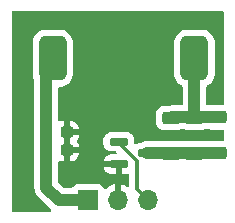
<source format=gbr>
%TF.GenerationSoftware,KiCad,Pcbnew,(6.0.0)*%
%TF.CreationDate,2022-02-02T19:47:16+00:00*%
%TF.ProjectId,LED,4c45442e-6b69-4636-9164-5f7063625858,rev?*%
%TF.SameCoordinates,Original*%
%TF.FileFunction,Copper,L1,Top*%
%TF.FilePolarity,Positive*%
%FSLAX46Y46*%
G04 Gerber Fmt 4.6, Leading zero omitted, Abs format (unit mm)*
G04 Created by KiCad (PCBNEW (6.0.0)) date 2022-02-02 19:47:16*
%MOMM*%
%LPD*%
G01*
G04 APERTURE LIST*
G04 Aperture macros list*
%AMRoundRect*
0 Rectangle with rounded corners*
0 $1 Rounding radius*
0 $2 $3 $4 $5 $6 $7 $8 $9 X,Y pos of 4 corners*
0 Add a 4 corners polygon primitive as box body*
4,1,4,$2,$3,$4,$5,$6,$7,$8,$9,$2,$3,0*
0 Add four circle primitives for the rounded corners*
1,1,$1+$1,$2,$3*
1,1,$1+$1,$4,$5*
1,1,$1+$1,$6,$7*
1,1,$1+$1,$8,$9*
0 Add four rect primitives between the rounded corners*
20,1,$1+$1,$2,$3,$4,$5,0*
20,1,$1+$1,$4,$5,$6,$7,0*
20,1,$1+$1,$6,$7,$8,$9,0*
20,1,$1+$1,$8,$9,$2,$3,0*%
G04 Aperture macros list end*
%TA.AperFunction,SMDPad,CuDef*%
%ADD10RoundRect,0.600000X-0.600000X-1.300000X0.600000X-1.300000X0.600000X1.300000X-0.600000X1.300000X0*%
%TD*%
%TA.AperFunction,SMDPad,CuDef*%
%ADD11RoundRect,0.237500X-0.300000X-0.237500X0.300000X-0.237500X0.300000X0.237500X-0.300000X0.237500X0*%
%TD*%
%TA.AperFunction,SMDPad,CuDef*%
%ADD12RoundRect,0.237500X0.300000X0.237500X-0.300000X0.237500X-0.300000X-0.237500X0.300000X-0.237500X0*%
%TD*%
%TA.AperFunction,SMDPad,CuDef*%
%ADD13RoundRect,0.262500X0.487500X-0.262500X0.487500X0.262500X-0.487500X0.262500X-0.487500X-0.262500X0*%
%TD*%
%TA.AperFunction,ComponentPad*%
%ADD14R,1.700000X1.700000*%
%TD*%
%TA.AperFunction,ComponentPad*%
%ADD15O,1.700000X1.700000*%
%TD*%
%TA.AperFunction,SMDPad,CuDef*%
%ADD16RoundRect,0.150000X-0.650000X0.150000X-0.650000X-0.150000X0.650000X-0.150000X0.650000X0.150000X0*%
%TD*%
%TA.AperFunction,Conductor*%
%ADD17C,0.300000*%
%TD*%
%TA.AperFunction,Conductor*%
%ADD18C,1.000000*%
%TD*%
G04 APERTURE END LIST*
D10*
%TO.P,D1,1,K*%
%TO.N,Net-(U1-Pad1)*%
X149500000Y-74500000D03*
%TO.P,D1,2,A*%
%TO.N,+12V*%
X137500000Y-74500000D03*
%TD*%
D11*
%TO.P,C2,1*%
%TO.N,+12V*%
X136959000Y-80772000D03*
%TO.P,C2,2*%
%TO.N,Earth*%
X138684000Y-80772000D03*
%TD*%
D12*
%TO.P,C1,1*%
%TO.N,Earth*%
X138684000Y-82245200D03*
%TO.P,C1,2*%
%TO.N,+12V*%
X136959000Y-82245200D03*
%TD*%
D13*
%TO.P,U2,2,OUT*%
%TO.N,Net-(U1-Pad2)*%
X149500000Y-82609600D03*
%TO.P,U2,1,IN*%
%TO.N,Net-(U1-Pad1)*%
X149500000Y-79559600D03*
%TD*%
D14*
%TO.P,J1,1,Pin_1*%
%TO.N,+12V*%
X140475000Y-86500000D03*
D15*
%TO.P,J1,2,Pin_2*%
%TO.N,Earth*%
X143015000Y-86500000D03*
%TO.P,J1,3,Pin_3*%
%TO.N,/PWM*%
X145555000Y-86500000D03*
%TD*%
D13*
%TO.P,U3,1,IN*%
%TO.N,Net-(U1-Pad1)*%
X147500000Y-79559600D03*
%TO.P,U3,2,OUT*%
%TO.N,Net-(U1-Pad2)*%
X147500000Y-82609600D03*
%TD*%
D16*
%TO.P,Q1,1,G*%
%TO.N,/PWM*%
X143100000Y-81550000D03*
%TO.P,Q1,2,S*%
%TO.N,Earth*%
X143100000Y-83450000D03*
%TO.P,Q1,3,D*%
%TO.N,Net-(U1-Pad2)*%
X145500000Y-82500000D03*
%TD*%
D13*
%TO.P,U1,1,IN*%
%TO.N,Net-(U1-Pad1)*%
X151500000Y-79500000D03*
%TO.P,U1,2,OUT*%
%TO.N,Net-(U1-Pad2)*%
X151500000Y-82550000D03*
%TD*%
D17*
%TO.N,/PWM*%
X144600000Y-83200000D02*
X143100000Y-81700000D01*
X144600000Y-85545000D02*
X144600000Y-83200000D01*
X145555000Y-86500000D02*
X144600000Y-85545000D01*
X143100000Y-81700000D02*
X143100000Y-81550000D01*
D18*
%TO.N,Net-(U1-Pad1)*%
X149500000Y-75000000D02*
X149500000Y-79559600D01*
X147559600Y-79500000D02*
X147500000Y-79559600D01*
X151500000Y-79500000D02*
X147559600Y-79500000D01*
%TO.N,Net-(U1-Pad2)*%
X151450000Y-82500000D02*
X151500000Y-82550000D01*
X145500000Y-82500000D02*
X151450000Y-82500000D01*
%TO.N,Earth*%
X143100000Y-86415000D02*
X143015000Y-86500000D01*
D17*
%TO.N,/PWM*%
X144997573Y-86500000D02*
X145555000Y-86500000D01*
D18*
%TO.N,+12V*%
X138000000Y-86500000D02*
X136959000Y-85459000D01*
X136959000Y-85459000D02*
X136959000Y-82245200D01*
X140475000Y-86500000D02*
X138000000Y-86500000D01*
X136959000Y-75541000D02*
X137500000Y-75000000D01*
X136959000Y-80772000D02*
X136959000Y-75541000D01*
X136959000Y-82245200D02*
X136959000Y-80772000D01*
%TD*%
%TA.AperFunction,Conductor*%
%TO.N,Earth*%
G36*
X151934121Y-70528002D02*
G01*
X151980614Y-70581658D01*
X151992000Y-70634000D01*
X151992000Y-78340500D01*
X151971998Y-78408621D01*
X151918342Y-78455114D01*
X151866000Y-78466500D01*
X150927884Y-78466500D01*
X150923323Y-78466763D01*
X150918127Y-78467963D01*
X150918124Y-78467963D01*
X150865493Y-78480114D01*
X150834744Y-78487213D01*
X150830161Y-78488271D01*
X150801817Y-78491500D01*
X150634500Y-78491500D01*
X150566379Y-78471498D01*
X150519886Y-78417842D01*
X150508500Y-78365500D01*
X150508500Y-76913983D01*
X150528502Y-76845862D01*
X150584762Y-76798215D01*
X150629242Y-76779105D01*
X150634749Y-76776739D01*
X150639710Y-76773374D01*
X150804839Y-76661363D01*
X150804840Y-76661362D01*
X150809798Y-76657999D01*
X150959236Y-76508300D01*
X151049382Y-76374905D01*
X151074311Y-76338016D01*
X151074314Y-76338011D01*
X151077671Y-76333043D01*
X151160829Y-76138554D01*
X151205709Y-75931848D01*
X151206157Y-75924301D01*
X151208390Y-75886727D01*
X151208390Y-75886714D01*
X151208500Y-75884869D01*
X151208499Y-73115132D01*
X151205477Y-73066223D01*
X151160236Y-72859595D01*
X151076739Y-72665251D01*
X151073374Y-72660290D01*
X150961363Y-72495161D01*
X150961362Y-72495160D01*
X150957999Y-72490202D01*
X150808300Y-72340764D01*
X150803333Y-72337407D01*
X150803330Y-72337405D01*
X150638016Y-72225689D01*
X150638011Y-72225686D01*
X150633043Y-72222329D01*
X150438554Y-72139171D01*
X150231848Y-72094291D01*
X150224301Y-72093843D01*
X150186727Y-72091610D01*
X150186714Y-72091610D01*
X150184869Y-72091500D01*
X149516380Y-72091500D01*
X148815132Y-72091501D01*
X148813195Y-72091621D01*
X148813185Y-72091621D01*
X148782818Y-72093498D01*
X148766223Y-72094523D01*
X148761490Y-72095559D01*
X148761485Y-72095560D01*
X148568113Y-72137899D01*
X148559595Y-72139764D01*
X148365251Y-72223261D01*
X148360291Y-72226625D01*
X148360290Y-72226626D01*
X148196978Y-72337405D01*
X148190202Y-72342001D01*
X148040764Y-72491700D01*
X148037407Y-72496667D01*
X148037405Y-72496670D01*
X147925689Y-72661984D01*
X147925686Y-72661989D01*
X147922329Y-72666957D01*
X147839171Y-72861446D01*
X147794291Y-73068152D01*
X147794002Y-73073017D01*
X147791616Y-73113185D01*
X147791500Y-73115131D01*
X147791501Y-75884868D01*
X147794523Y-75933777D01*
X147839764Y-76140405D01*
X147923261Y-76334749D01*
X147926625Y-76339709D01*
X147926626Y-76339710D01*
X148037614Y-76503330D01*
X148042001Y-76509798D01*
X148191700Y-76659236D01*
X148196667Y-76662593D01*
X148196670Y-76662595D01*
X148361984Y-76774311D01*
X148361989Y-76774314D01*
X148366957Y-76777671D01*
X148415006Y-76798215D01*
X148415036Y-76798228D01*
X148469808Y-76843400D01*
X148491500Y-76914082D01*
X148491500Y-78365500D01*
X148471498Y-78433621D01*
X148417842Y-78480114D01*
X148365500Y-78491500D01*
X147621442Y-78491500D01*
X147607835Y-78490763D01*
X147576337Y-78487341D01*
X147576332Y-78487341D01*
X147570211Y-78486676D01*
X147552211Y-78488251D01*
X147520209Y-78491050D01*
X147515384Y-78491379D01*
X147512913Y-78491500D01*
X147509831Y-78491500D01*
X147487363Y-78493703D01*
X147467089Y-78495691D01*
X147465774Y-78495813D01*
X147433513Y-78498636D01*
X147373187Y-78503913D01*
X147368068Y-78505400D01*
X147362767Y-78505920D01*
X147356862Y-78507703D01*
X147356861Y-78507703D01*
X147313741Y-78520722D01*
X147277323Y-78526100D01*
X146927884Y-78526100D01*
X146923323Y-78526363D01*
X146918129Y-78527562D01*
X146918123Y-78527563D01*
X146761648Y-78563688D01*
X146754783Y-78565273D01*
X146748440Y-78568339D01*
X146748438Y-78568340D01*
X146605396Y-78637489D01*
X146599052Y-78640556D01*
X146463871Y-78748471D01*
X146355956Y-78883652D01*
X146280673Y-79039383D01*
X146241763Y-79207923D01*
X146241500Y-79212484D01*
X146241500Y-79906716D01*
X146241763Y-79911277D01*
X146242962Y-79916471D01*
X146242963Y-79916477D01*
X146276816Y-80063110D01*
X146280673Y-80079817D01*
X146355956Y-80235548D01*
X146463871Y-80370729D01*
X146599052Y-80478644D01*
X146605395Y-80481710D01*
X146605396Y-80481711D01*
X146748438Y-80550860D01*
X146748440Y-80550861D01*
X146754783Y-80553927D01*
X146761647Y-80555512D01*
X146761648Y-80555512D01*
X146918123Y-80591637D01*
X146918129Y-80591638D01*
X146923323Y-80592837D01*
X146927884Y-80593100D01*
X148072116Y-80593100D01*
X148076677Y-80592837D01*
X148081871Y-80591638D01*
X148081877Y-80591637D01*
X148238352Y-80555512D01*
X148238353Y-80555512D01*
X148245217Y-80553927D01*
X148251560Y-80550861D01*
X148251562Y-80550860D01*
X148313206Y-80521060D01*
X148368045Y-80508500D01*
X148631955Y-80508500D01*
X148686794Y-80521060D01*
X148748438Y-80550860D01*
X148748440Y-80550861D01*
X148754783Y-80553927D01*
X148761647Y-80555512D01*
X148761648Y-80555512D01*
X148918123Y-80591637D01*
X148918129Y-80591638D01*
X148923323Y-80592837D01*
X148927884Y-80593100D01*
X150072116Y-80593100D01*
X150076677Y-80592837D01*
X150081871Y-80591638D01*
X150081877Y-80591637D01*
X150238352Y-80555512D01*
X150238353Y-80555512D01*
X150245217Y-80553927D01*
X150251560Y-80550861D01*
X150251562Y-80550860D01*
X150313206Y-80521060D01*
X150368045Y-80508500D01*
X150801817Y-80508500D01*
X150830160Y-80511729D01*
X150837940Y-80513525D01*
X150918124Y-80532037D01*
X150918127Y-80532037D01*
X150923323Y-80533237D01*
X150927884Y-80533500D01*
X151866000Y-80533500D01*
X151934121Y-80553502D01*
X151980614Y-80607158D01*
X151992000Y-80659500D01*
X151992000Y-81390500D01*
X151971998Y-81458621D01*
X151918342Y-81505114D01*
X151866000Y-81516500D01*
X151704583Y-81516500D01*
X151672665Y-81511559D01*
X151672591Y-81511909D01*
X151666570Y-81510629D01*
X151660694Y-81508765D01*
X151655398Y-81508171D01*
X151650302Y-81506613D01*
X151557743Y-81497210D01*
X151556607Y-81497089D01*
X151522992Y-81493319D01*
X151510270Y-81491892D01*
X151510266Y-81491892D01*
X151506773Y-81491500D01*
X151503246Y-81491500D01*
X151502261Y-81491445D01*
X151496581Y-81490998D01*
X151467175Y-81488011D01*
X151459663Y-81487248D01*
X151459661Y-81487248D01*
X151453538Y-81486626D01*
X151411259Y-81490623D01*
X151407891Y-81490941D01*
X151396033Y-81491500D01*
X145450231Y-81491500D01*
X145447175Y-81491800D01*
X145447168Y-81491800D01*
X145391915Y-81497218D01*
X145303167Y-81505920D01*
X145297266Y-81507702D01*
X145297264Y-81507702D01*
X145268124Y-81516500D01*
X145113831Y-81563084D01*
X144939204Y-81655934D01*
X144934430Y-81659828D01*
X144934428Y-81659829D01*
X144930365Y-81663143D01*
X144864934Y-81690697D01*
X144850729Y-81691500D01*
X144783498Y-81691500D01*
X144781050Y-81691693D01*
X144781042Y-81691693D01*
X144752579Y-81693933D01*
X144752574Y-81693934D01*
X144746169Y-81694438D01*
X144646231Y-81723472D01*
X144594012Y-81738643D01*
X144594010Y-81738644D01*
X144586399Y-81740855D01*
X144582858Y-81742949D01*
X144514081Y-81751439D01*
X144450102Y-81720662D01*
X144412919Y-81660182D01*
X144408500Y-81627105D01*
X144408500Y-81333498D01*
X144405562Y-81296169D01*
X144359145Y-81136399D01*
X144315336Y-81062322D01*
X144278491Y-81000020D01*
X144278489Y-81000017D01*
X144274453Y-80993193D01*
X144156807Y-80875547D01*
X144149983Y-80871511D01*
X144149980Y-80871509D01*
X144020427Y-80794892D01*
X144020428Y-80794892D01*
X144013601Y-80790855D01*
X144005990Y-80788644D01*
X144005988Y-80788643D01*
X143953769Y-80773472D01*
X143853831Y-80744438D01*
X143847426Y-80743934D01*
X143847421Y-80743933D01*
X143818958Y-80741693D01*
X143818950Y-80741693D01*
X143816502Y-80741500D01*
X142383498Y-80741500D01*
X142381050Y-80741693D01*
X142381042Y-80741693D01*
X142352579Y-80743933D01*
X142352574Y-80743934D01*
X142346169Y-80744438D01*
X142246231Y-80773472D01*
X142194012Y-80788643D01*
X142194010Y-80788644D01*
X142186399Y-80790855D01*
X142179572Y-80794892D01*
X142179573Y-80794892D01*
X142050020Y-80871509D01*
X142050017Y-80871511D01*
X142043193Y-80875547D01*
X141925547Y-80993193D01*
X141921511Y-81000017D01*
X141921509Y-81000020D01*
X141884664Y-81062322D01*
X141840855Y-81136399D01*
X141794438Y-81296169D01*
X141791500Y-81333498D01*
X141791500Y-81766502D01*
X141791693Y-81768950D01*
X141791693Y-81768958D01*
X141793616Y-81793383D01*
X141794438Y-81803831D01*
X141811067Y-81861068D01*
X141838336Y-81954929D01*
X141840855Y-81963601D01*
X141854531Y-81986725D01*
X141921509Y-82099980D01*
X141921511Y-82099983D01*
X141925547Y-82106807D01*
X142043193Y-82224453D01*
X142050017Y-82228489D01*
X142050020Y-82228491D01*
X142157589Y-82292107D01*
X142186399Y-82309145D01*
X142194010Y-82311356D01*
X142194012Y-82311357D01*
X142246231Y-82326528D01*
X142346169Y-82355562D01*
X142352574Y-82356066D01*
X142352579Y-82356067D01*
X142381042Y-82358307D01*
X142381050Y-82358307D01*
X142383498Y-82358500D01*
X142775049Y-82358500D01*
X142843170Y-82378502D01*
X142864143Y-82395403D01*
X142895645Y-82426905D01*
X142929670Y-82489215D01*
X142924606Y-82560031D01*
X142882061Y-82616867D01*
X142815541Y-82641679D01*
X142806550Y-82642000D01*
X142386017Y-82642001D01*
X142381080Y-82642195D01*
X142352664Y-82644430D01*
X142340069Y-82646730D01*
X142194210Y-82689107D01*
X142179779Y-82695352D01*
X142050322Y-82771911D01*
X142037896Y-82781551D01*
X141931551Y-82887896D01*
X141921911Y-82900322D01*
X141845352Y-83029779D01*
X141839107Y-83044210D01*
X141800061Y-83178605D01*
X141800101Y-83192706D01*
X141807370Y-83196000D01*
X143228000Y-83196000D01*
X143296121Y-83216002D01*
X143342614Y-83269658D01*
X143354000Y-83322000D01*
X143354000Y-84239884D01*
X143358475Y-84255123D01*
X143359865Y-84256328D01*
X143367548Y-84257999D01*
X143815500Y-84257999D01*
X143883621Y-84278001D01*
X143930114Y-84331657D01*
X143941500Y-84383999D01*
X143941500Y-85246718D01*
X143921498Y-85314839D01*
X143867842Y-85361332D01*
X143797568Y-85371436D01*
X143754606Y-85357027D01*
X143578107Y-85259594D01*
X143568705Y-85255369D01*
X143367959Y-85184280D01*
X143357988Y-85181646D01*
X143286837Y-85168972D01*
X143273540Y-85170432D01*
X143269000Y-85184989D01*
X143269000Y-86628000D01*
X143248998Y-86696121D01*
X143195342Y-86742614D01*
X143143000Y-86754000D01*
X142887000Y-86754000D01*
X142818879Y-86733998D01*
X142772386Y-86680342D01*
X142761000Y-86628000D01*
X142761000Y-85183102D01*
X142757082Y-85169758D01*
X142742806Y-85167771D01*
X142704324Y-85173660D01*
X142694288Y-85176051D01*
X142491868Y-85242212D01*
X142482359Y-85246209D01*
X142293463Y-85344542D01*
X142284738Y-85350036D01*
X142114433Y-85477905D01*
X142106726Y-85484748D01*
X142029478Y-85565584D01*
X141967954Y-85601014D01*
X141897042Y-85597557D01*
X141839255Y-85556311D01*
X141820402Y-85522763D01*
X141778767Y-85411703D01*
X141775615Y-85403295D01*
X141688261Y-85286739D01*
X141571705Y-85199385D01*
X141435316Y-85148255D01*
X141373134Y-85141500D01*
X139576866Y-85141500D01*
X139514684Y-85148255D01*
X139378295Y-85199385D01*
X139261739Y-85286739D01*
X139174385Y-85403295D01*
X139171233Y-85411703D01*
X139166923Y-85419575D01*
X139165259Y-85418664D01*
X139129337Y-85466490D01*
X139062776Y-85491193D01*
X139053991Y-85491500D01*
X138469926Y-85491500D01*
X138401805Y-85471498D01*
X138380831Y-85454596D01*
X138004405Y-85078171D01*
X137970380Y-85015858D01*
X137967500Y-84989075D01*
X137967500Y-83715871D01*
X141798456Y-83715871D01*
X141839107Y-83855790D01*
X141845352Y-83870221D01*
X141921911Y-83999678D01*
X141931551Y-84012104D01*
X142037896Y-84118449D01*
X142050322Y-84128089D01*
X142179779Y-84204648D01*
X142194210Y-84210893D01*
X142340065Y-84253269D01*
X142352667Y-84255570D01*
X142381084Y-84257807D01*
X142386014Y-84258000D01*
X142827885Y-84258000D01*
X142843124Y-84253525D01*
X142844329Y-84252135D01*
X142846000Y-84244452D01*
X142846000Y-83722115D01*
X142841525Y-83706876D01*
X142840135Y-83705671D01*
X142832452Y-83704000D01*
X141813122Y-83704000D01*
X141799591Y-83707973D01*
X141798456Y-83715871D01*
X137967500Y-83715871D01*
X137967500Y-83304560D01*
X137987502Y-83236439D01*
X138041158Y-83189946D01*
X138111432Y-83179842D01*
X138133167Y-83184967D01*
X138225266Y-83215515D01*
X138238632Y-83218381D01*
X138331270Y-83227872D01*
X138337685Y-83228200D01*
X138411885Y-83228200D01*
X138427124Y-83223725D01*
X138428329Y-83222335D01*
X138430000Y-83214652D01*
X138430000Y-83210085D01*
X138938000Y-83210085D01*
X138942475Y-83225324D01*
X138943865Y-83226529D01*
X138951548Y-83228200D01*
X139030266Y-83228200D01*
X139036782Y-83227863D01*
X139130632Y-83218125D01*
X139144028Y-83215232D01*
X139295453Y-83164712D01*
X139308615Y-83158547D01*
X139443992Y-83074774D01*
X139455390Y-83065740D01*
X139567863Y-82953071D01*
X139576875Y-82941660D01*
X139660412Y-82806137D01*
X139666556Y-82792959D01*
X139716815Y-82641434D01*
X139719681Y-82628068D01*
X139729172Y-82535430D01*
X139729500Y-82529015D01*
X139729500Y-82517315D01*
X139725025Y-82502076D01*
X139723635Y-82500871D01*
X139715952Y-82499200D01*
X138956115Y-82499200D01*
X138940876Y-82503675D01*
X138939671Y-82505065D01*
X138938000Y-82512748D01*
X138938000Y-83210085D01*
X138430000Y-83210085D01*
X138430000Y-81973085D01*
X138938000Y-81973085D01*
X138942475Y-81988324D01*
X138943865Y-81989529D01*
X138951548Y-81991200D01*
X139711385Y-81991200D01*
X139726624Y-81986725D01*
X139727829Y-81985335D01*
X139729500Y-81977652D01*
X139729500Y-81961434D01*
X139729163Y-81954918D01*
X139719425Y-81861068D01*
X139716532Y-81847672D01*
X139666012Y-81696247D01*
X139659847Y-81683085D01*
X139592952Y-81574983D01*
X139574115Y-81506531D01*
X139592837Y-81442566D01*
X139660410Y-81332941D01*
X139666556Y-81319759D01*
X139716815Y-81168234D01*
X139719681Y-81154868D01*
X139729172Y-81062230D01*
X139729500Y-81055815D01*
X139729500Y-81044115D01*
X139725025Y-81028876D01*
X139723635Y-81027671D01*
X139715952Y-81026000D01*
X138956115Y-81026000D01*
X138940876Y-81030475D01*
X138939671Y-81031865D01*
X138938000Y-81039548D01*
X138938000Y-81973085D01*
X138430000Y-81973085D01*
X138430000Y-80499885D01*
X138938000Y-80499885D01*
X138942475Y-80515124D01*
X138943865Y-80516329D01*
X138951548Y-80518000D01*
X139711385Y-80518000D01*
X139726624Y-80513525D01*
X139727829Y-80512135D01*
X139729500Y-80504452D01*
X139729500Y-80488234D01*
X139729163Y-80481718D01*
X139719425Y-80387868D01*
X139716532Y-80374472D01*
X139666012Y-80223047D01*
X139659847Y-80209885D01*
X139576074Y-80074508D01*
X139567040Y-80063110D01*
X139454371Y-79950637D01*
X139442960Y-79941625D01*
X139307437Y-79858088D01*
X139294259Y-79851944D01*
X139142734Y-79801685D01*
X139129368Y-79798819D01*
X139036730Y-79789328D01*
X139030315Y-79789000D01*
X138956115Y-79789000D01*
X138940876Y-79793475D01*
X138939671Y-79794865D01*
X138938000Y-79802548D01*
X138938000Y-80499885D01*
X138430000Y-80499885D01*
X138430000Y-79807115D01*
X138425525Y-79791876D01*
X138424135Y-79790671D01*
X138416452Y-79789000D01*
X138337734Y-79789000D01*
X138331218Y-79789337D01*
X138237368Y-79799075D01*
X138223971Y-79801968D01*
X138133376Y-79832193D01*
X138062426Y-79834777D01*
X138001342Y-79798593D01*
X137969518Y-79735129D01*
X137967500Y-79712669D01*
X137967500Y-77034499D01*
X137987502Y-76966378D01*
X138041158Y-76919885D01*
X138093500Y-76908499D01*
X138184868Y-76908499D01*
X138186805Y-76908379D01*
X138186815Y-76908379D01*
X138217182Y-76906502D01*
X138233777Y-76905477D01*
X138238510Y-76904441D01*
X138238515Y-76904440D01*
X138434550Y-76861518D01*
X138434551Y-76861518D01*
X138440405Y-76860236D01*
X138634749Y-76776739D01*
X138639710Y-76773374D01*
X138804839Y-76661363D01*
X138804840Y-76661362D01*
X138809798Y-76657999D01*
X138959236Y-76508300D01*
X139049382Y-76374905D01*
X139074311Y-76338016D01*
X139074314Y-76338011D01*
X139077671Y-76333043D01*
X139160829Y-76138554D01*
X139205709Y-75931848D01*
X139206157Y-75924301D01*
X139208390Y-75886727D01*
X139208390Y-75886714D01*
X139208500Y-75884869D01*
X139208499Y-73115132D01*
X139205477Y-73066223D01*
X139160236Y-72859595D01*
X139076739Y-72665251D01*
X139073374Y-72660290D01*
X138961363Y-72495161D01*
X138961362Y-72495160D01*
X138957999Y-72490202D01*
X138808300Y-72340764D01*
X138803333Y-72337407D01*
X138803330Y-72337405D01*
X138638016Y-72225689D01*
X138638011Y-72225686D01*
X138633043Y-72222329D01*
X138438554Y-72139171D01*
X138231848Y-72094291D01*
X138224301Y-72093843D01*
X138186727Y-72091610D01*
X138186714Y-72091610D01*
X138184869Y-72091500D01*
X137516380Y-72091500D01*
X136815132Y-72091501D01*
X136813195Y-72091621D01*
X136813185Y-72091621D01*
X136782818Y-72093498D01*
X136766223Y-72094523D01*
X136761490Y-72095559D01*
X136761485Y-72095560D01*
X136568113Y-72137899D01*
X136559595Y-72139764D01*
X136365251Y-72223261D01*
X136360291Y-72226625D01*
X136360290Y-72226626D01*
X136196978Y-72337405D01*
X136190202Y-72342001D01*
X136040764Y-72491700D01*
X136037407Y-72496667D01*
X136037405Y-72496670D01*
X135925689Y-72661984D01*
X135925686Y-72661989D01*
X135922329Y-72666957D01*
X135839171Y-72861446D01*
X135794291Y-73068152D01*
X135794002Y-73073017D01*
X135791616Y-73113185D01*
X135791500Y-73115131D01*
X135791501Y-75884868D01*
X135794523Y-75933777D01*
X135839764Y-76140405D01*
X135923261Y-76334749D01*
X135926626Y-76339710D01*
X135926628Y-76339713D01*
X135928772Y-76342874D01*
X135929301Y-76344595D01*
X135929507Y-76344972D01*
X135929429Y-76345014D01*
X135950500Y-76413608D01*
X135950500Y-80280516D01*
X135944093Y-80320183D01*
X135923526Y-80382191D01*
X135913000Y-80484928D01*
X135913000Y-81059072D01*
X135913337Y-81062318D01*
X135913337Y-81062322D01*
X135922940Y-81154868D01*
X135923793Y-81163093D01*
X135925974Y-81169629D01*
X135925974Y-81169631D01*
X135944024Y-81223733D01*
X135950500Y-81263609D01*
X135950500Y-81753716D01*
X135944093Y-81793383D01*
X135923526Y-81855391D01*
X135913000Y-81958128D01*
X135913000Y-82532272D01*
X135913337Y-82535518D01*
X135913337Y-82535522D01*
X135922940Y-82628068D01*
X135923793Y-82636293D01*
X135925974Y-82642829D01*
X135925974Y-82642831D01*
X135944024Y-82696933D01*
X135950500Y-82736809D01*
X135950500Y-85397157D01*
X135949763Y-85410764D01*
X135945676Y-85448388D01*
X135946213Y-85454523D01*
X135950050Y-85498388D01*
X135950379Y-85503214D01*
X135950500Y-85505686D01*
X135950500Y-85508769D01*
X135950801Y-85511837D01*
X135954690Y-85551506D01*
X135954812Y-85552819D01*
X135962913Y-85645413D01*
X135964400Y-85650532D01*
X135964920Y-85655833D01*
X135991791Y-85744834D01*
X135992126Y-85745967D01*
X135995780Y-85758542D01*
X136018091Y-85835336D01*
X136020544Y-85840068D01*
X136022084Y-85845169D01*
X136024978Y-85850612D01*
X136065731Y-85927260D01*
X136066343Y-85928426D01*
X136109108Y-86010926D01*
X136112431Y-86015089D01*
X136114934Y-86019796D01*
X136173755Y-86091918D01*
X136174446Y-86092774D01*
X136205738Y-86131973D01*
X136208242Y-86134477D01*
X136208884Y-86135195D01*
X136212585Y-86139528D01*
X136239935Y-86173062D01*
X136275267Y-86202291D01*
X136284037Y-86210272D01*
X137243149Y-87169383D01*
X137252251Y-87179527D01*
X137275968Y-87209025D01*
X137314456Y-87241320D01*
X137318075Y-87244478D01*
X137319890Y-87246124D01*
X137322075Y-87248309D01*
X137324454Y-87250263D01*
X137324455Y-87250264D01*
X137346821Y-87268636D01*
X137386764Y-87327331D01*
X137388633Y-87398303D01*
X137351835Y-87459019D01*
X137288053Y-87490202D01*
X137266844Y-87492000D01*
X134134000Y-87492000D01*
X134065879Y-87471998D01*
X134019386Y-87418342D01*
X134008000Y-87366000D01*
X134008000Y-70634000D01*
X134028002Y-70565879D01*
X134081658Y-70519386D01*
X134134000Y-70508000D01*
X151866000Y-70508000D01*
X151934121Y-70528002D01*
G37*
%TD.AperFunction*%
%TD*%
M02*

</source>
